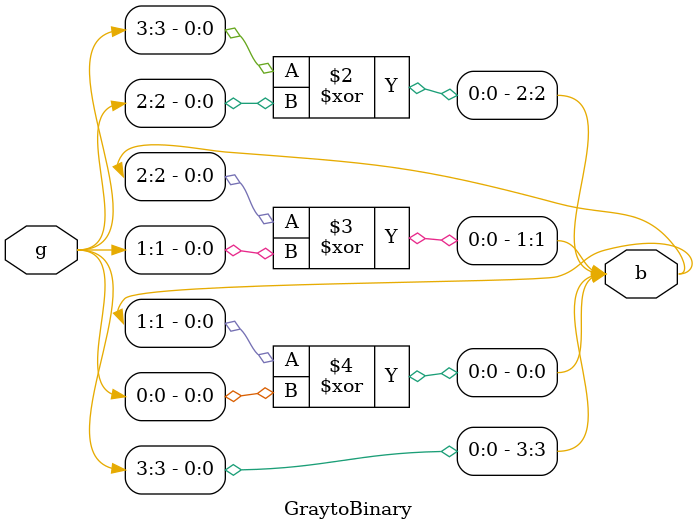
<source format=v>
module GraytoBinary(b,g);
input [3:0]g;
output [3:0]b;
or(b[3],g[3],g[3]);
xor(b[2],g[3],g[2]);
xor(b[1],b[2],g[1]);
xor(b[0],b[1],g[0]);
endmodule
</source>
